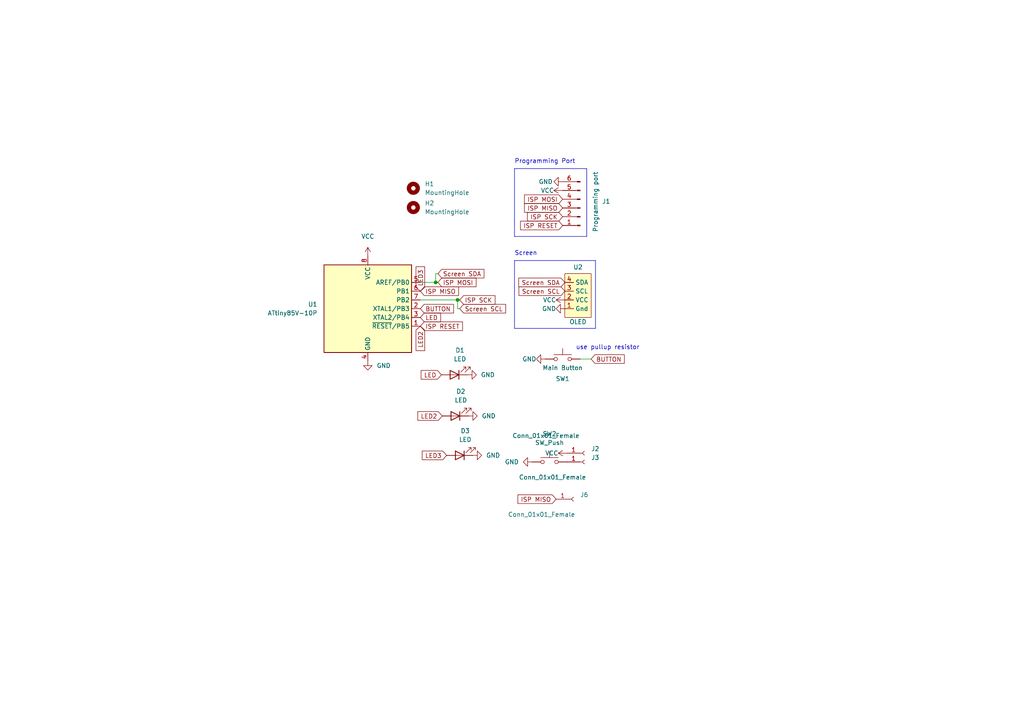
<source format=kicad_sch>
(kicad_sch (version 20231120) (generator "eeschema") (generator_version "8.0")
  (paper "A4")
  (lib_symbols
    (symbol "Connector:Conn_01x01_Female" (pin_names (offset 1.016) hide)
      (property "Reference" "J" (at 0 2.54 0))
      (property "Value" "Conn_01x01_Female" (at 0 -2.54 0))
      (symbol "Conn_01x01_Female_1_1"
        (polyline (pts (xy -1.27 0) (xy -0.508 0)) (stroke (width 0.1524)))
        (arc (start 0 0.508) (mid -0.5058 0) (end 0 -0.508) (stroke (width 0.1524)))
        (pin passive line (at -5.08 0 0) (length 3.81) (name "Pin_1") (number "1"))
      )
    )
    (symbol "Connector:Conn_01x06_Male" (pin_names (offset 1.016) hide)
      (property "Reference" "J" (at 0 7.62 0))
      (property "Value" "Conn_01x06_Male" (at 0 -10.16 0))
      (symbol "Conn_01x06_Male_1_1"
        (polyline (pts (xy 1.27 -7.62) (xy 0.8636 -7.62)) (stroke (width 0.1524)))
        (polyline (pts (xy 1.27 -5.08) (xy 0.8636 -5.08)) (stroke (width 0.1524)))
        (polyline (pts (xy 1.27 -2.54) (xy 0.8636 -2.54)) (stroke (width 0.1524)))
        (polyline (pts (xy 1.27 0) (xy 0.8636 0)) (stroke (width 0.1524)))
        (polyline (pts (xy 1.27 2.54) (xy 0.8636 2.54)) (stroke (width 0.1524)))
        (polyline (pts (xy 1.27 5.08) (xy 0.8636 5.08)) (stroke (width 0.1524)))
        (rectangle (start 0.8636 -7.493) (end 0 -7.747) (stroke (width 0.1524)) (fill (type outline)))
        (rectangle (start 0.8636 -4.953) (end 0 -5.207) (stroke (width 0.1524)) (fill (type outline)))
        (rectangle (start 0.8636 -2.413) (end 0 -2.667) (stroke (width 0.1524)) (fill (type outline)))
        (rectangle (start 0.8636 0.127) (end 0 -0.127) (stroke (width 0.1524)) (fill (type outline)))
        (rectangle (start 0.8636 2.667) (end 0 2.413) (stroke (width 0.1524)) (fill (type outline)))
        (rectangle (start 0.8636 5.207) (end 0 4.953) (stroke (width 0.1524)) (fill (type outline)))
        (pin passive line (at 5.08 5.08 180) (length 3.81) (name "Pin_1") (number "1"))
        (pin passive line (at 5.08 2.54 180) (length 3.81) (name "Pin_2") (number "2"))
        (pin passive line (at 5.08 0 180) (length 3.81) (name "Pin_3") (number "3"))
        (pin passive line (at 5.08 -2.54 180) (length 3.81) (name "Pin_4") (number "4"))
        (pin passive line (at 5.08 -5.08 180) (length 3.81) (name "Pin_5") (number "5"))
        (pin passive line (at 5.08 -7.62 180) (length 3.81) (name "Pin_6") (number "6"))
      )
    )
    (symbol "Device:LED" (pin_numbers hide) (pin_names (offset 1.016) hide)
      (property "Reference" "D" (at 0 2.54 0))
      (property "Value" "LED" (at 0 -2.54 0))
      (symbol "LED_0_1"
        (polyline (pts (xy -1.27 -1.27) (xy -1.27 1.27)) (stroke (width 0.254)))
        (polyline (pts (xy -1.27 0) (xy 1.27 0)))
        (polyline (pts (xy 1.27 -1.27) (xy 1.27 1.27) (xy -1.27 0) (xy 1.27 -1.27)) (stroke (width 0.254)))
        (polyline (pts (xy -3.048 -0.762) (xy -4.572 -2.286) (xy -3.81 -2.286) (xy -4.572 -2.286) (xy -4.572 -1.524)))
        (polyline (pts (xy -1.778 -0.762) (xy -3.302 -2.286) (xy -2.54 -2.286) (xy -3.302 -2.286) (xy -3.302 -1.524)))
      )
      (symbol "LED_1_1"
        (pin passive line (at -3.81 0 0) (length 2.54) (name "K") (number "1"))
        (pin passive line (at 3.81 0 180) (length 2.54) (name "A") (number "2"))
      )
    )
    (symbol "MCU_Microchip_ATtiny:ATtiny85V-10P"
      (property "Reference" "U" (at -12.7 13.97 0))
      (property "Value" "ATtiny85V-10P" (at 2.54 -13.97 0))
      (symbol "ATtiny85V-10P_0_1"
        (rectangle (start -12.7 -12.7) (end 12.7 12.7) (stroke (width 0.254)) (fill (type background)))
      )
      (symbol "ATtiny85V-10P_1_1"
        (pin bidirectional line (at 15.24 -5.08 180) (length 2.54) (name "~{RESET}/PB5") (number "1"))
        (pin bidirectional line (at 15.24 0 180) (length 2.54) (name "XTAL1/PB3") (number "2"))
        (pin bidirectional line (at 15.24 -2.54 180) (length 2.54) (name "XTAL2/PB4") (number "3"))
        (pin power_in line (at 0 -15.24 90) (length 2.54) (name "GND") (number "4"))
        (pin bidirectional line (at 15.24 7.62 180) (length 2.54) (name "AREF/PB0") (number "5"))
        (pin bidirectional line (at 15.24 5.08 180) (length 2.54) (name "PB1") (number "6"))
        (pin bidirectional line (at 15.24 2.54 180) (length 2.54) (name "PB2") (number "7"))
        (pin power_in line (at 0 15.24 270) (length 2.54) (name "VCC") (number "8"))
      )
    )
    (symbol "Mechanical:MountingHole" (pin_names (offset 1.016))
      (property "Reference" "H" (at 0 5.08 0))
      (property "Value" "MountingHole" (at 0 3.175 0))
      (symbol "MountingHole_0_1"
        (circle (center 0 0) (radius 1.27) (stroke (width 1.27)))
      )
    )
    (symbol "Switch:SW_Push" (pin_numbers hide) (pin_names (offset 1.016) hide)
      (property "Reference" "SW" (at 1.27 2.54 0))
      (property "Value" "SW_Push" (at 0 -1.524 0))
      (symbol "SW_Push_0_1"
        (circle (center -2.032 0) (radius 0.508))
        (polyline (pts (xy 0 1.27) (xy 0 3.048)))
        (polyline (pts (xy 2.54 1.27) (xy -2.54 1.27)))
        (circle (center 2.032 0) (radius 0.508))
        (pin passive line (at -5.08 0 0) (length 2.54) (name "1") (number "1"))
        (pin passive line (at 5.08 0 180) (length 2.54) (name "2") (number "2"))
      )
    )
    (symbol "Tamagotchi:i2c_OLED"
      (property "Reference" "U" (at 0 0 0))
      (property "Value" "i2c_OLED" (at 0 0 0))
      (symbol "i2c_OLED_0_1"
        (rectangle (start -6.35 -2.54) (end 6.35 -10.16) (fill (type background)))
      )
      (symbol "i2c_OLED_1_1"
        (pin input line (at -3.81 -2.54 270) (length 2.54) (name "Gnd") (number "1"))
        (pin input line (at -1.27 -2.54 270) (length 2.54) (name "VCC") (number "2"))
        (pin input line (at 1.27 -2.54 270) (length 2.54) (name "SCL") (number "3"))
        (pin input line (at 3.81 -2.54 270) (length 2.54) (name "SDA") (number "4"))
      )
    )
    (symbol "power:GND" (power) (pin_names (offset 0))
      (property "Value" "GND" (at 0 -3.81 0))
      (symbol "GND_0_1"
        (polyline (pts (xy 0 0) (xy 0 -1.27) (xy 1.27 -1.27) (xy 0 -2.54) (xy -1.27 -1.27) (xy 0 -1.27)))
      )
      (symbol "GND_1_1"
        (pin power_in line (at 0 0 270) (length 0) hide (name "GND") (number "1"))
      )
    )
    (symbol "power:VCC" (power) (pin_names (offset 0))
      (property "Value" "VCC" (at 0 3.81 0))
      (symbol "VCC_0_1"
        (polyline (pts (xy -0.762 1.27) (xy 0 2.54)))
        (polyline (pts (xy 0 0) (xy 0 2.54)))
        (polyline (pts (xy 0 2.54) (xy 0.762 1.27)))
      )
      (symbol "VCC_1_1"
        (pin power_in line (at 0 0 90) (length 0) hide (name "VCC") (number "1"))
      )
    )
  )
  (junction (at 126.365 81.915))
  (junction (at 132.715 86.995))
  (polyline (pts (xy 149.225 75.565) (xy 172.72 75.565)))
  (wire (pts (xy 121.92 86.995) (xy 132.715 86.995)))
  (wire (pts (xy 126.365 79.375) (xy 126.365 81.915)))
  (wire (pts (xy 132.715 89.535) (xy 133.35 89.535)))
  (wire (pts (xy 127 79.375) (xy 126.365 79.375)))
  (polyline (pts (xy 149.225 68.58) (xy 149.225 48.895)))
  (wire (pts (xy 132.715 86.995) (xy 132.715 89.535)))
  (polyline (pts (xy 149.225 48.895) (xy 170.18 48.895)))
  (polyline (pts (xy 149.225 95.25) (xy 149.225 75.565)))
  (polyline (pts (xy 172.72 75.565) (xy 172.72 95.25)))
  (wire (pts (xy 168.275 104.14) (xy 171.45 104.14)))
  (polyline (pts (xy 172.72 95.25) (xy 149.225 95.25)))
  (wire (pts (xy 126.365 81.915) (xy 127 81.915)))
  (wire (pts (xy 132.715 86.995) (xy 133.35 86.995)))
  (polyline (pts (xy 170.18 68.58) (xy 149.225 68.58)))
  (wire (pts (xy 121.92 81.915) (xy 126.365 81.915)))
  (polyline (pts (xy 170.18 48.895) (xy 170.18 68.58)))
  (text "Programming Port\n" (at 149.225 47.625 0) (effects (font (size 1.27 1.27)) (justify left bottom)))
  (text "Screen\n" (at 149.225 74.295 0) (effects (font (size 1.27 1.27)) (justify left bottom)))
  (text "use pullup resistor" (at 167.005 101.6 0) (effects (font (size 1.27 1.27)) (justify left bottom)))
  (global_label "LED3" (shape input) (at 121.92 84.455 90) (property "Intersheetrefs" "${INTERSHEET_REFS}" (effects (hide yes))))
  (global_label "Screen SDA" (shape input) (at 163.83 81.915 180) (property "Intersheetrefs" "${INTERSHEET_REFS}" (effects (hide yes))))
  (global_label "BUTTON" (shape input) (at 121.92 89.535 0) (property "Intersheetrefs" "${INTERSHEET_REFS}" (effects (hide yes))))
  (global_label "ISP MOSI" (shape input) (at 127 81.915 0) (property "Intersheetrefs" "${INTERSHEET_REFS}" (effects (hide yes))))
  (global_label "Screen SCL" (shape input) (at 163.83 84.455 180) (property "Intersheetrefs" "${INTERSHEET_REFS}" (effects (hide yes))))
  (global_label "ISP SCK" (shape input) (at 163.195 62.865 180) (property "Intersheetrefs" "${INTERSHEET_REFS}" (effects (hide yes))))
  (global_label "Screen SCL" (shape input) (at 133.35 89.535 0) (property "Intersheetrefs" "${INTERSHEET_REFS}" (effects (hide yes))))
  (global_label "ISP RESET" (shape input) (at 121.92 94.615 0) (property "Intersheetrefs" "${INTERSHEET_REFS}" (effects (hide yes))))
  (global_label "BUTTON" (shape input) (at 171.45 104.14 0) (property "Intersheetrefs" "${INTERSHEET_REFS}" (effects (hide yes))))
  (global_label "LED2" (shape input) (at 121.92 94.615 270) (property "Intersheetrefs" "${INTERSHEET_REFS}" (effects (hide yes))))
  (global_label "LED3" (shape input) (at 129.54 132.08 180) (property "Intersheetrefs" "${INTERSHEET_REFS}" (effects (hide yes))))
  (global_label "ISP MOSI" (shape input) (at 163.195 57.785 180) (property "Intersheetrefs" "${INTERSHEET_REFS}" (effects (hide yes))))
  (global_label "ISP MISO" (shape input) (at 161.29 144.78 180) (property "Intersheetrefs" "${INTERSHEET_REFS}" (effects (hide yes))))
  (global_label "LED" (shape input) (at 121.92 92.075 0) (property "Intersheetrefs" "${INTERSHEET_REFS}" (effects (hide yes))))
  (global_label "ISP RESET" (shape input) (at 163.195 65.405 180) (property "Intersheetrefs" "${INTERSHEET_REFS}" (effects (hide yes))))
  (global_label "ISP MISO" (shape input) (at 163.195 60.325 180) (property "Intersheetrefs" "${INTERSHEET_REFS}" (effects (hide yes))))
  (global_label "ISP SCK" (shape input) (at 133.35 86.995 0) (property "Intersheetrefs" "${INTERSHEET_REFS}" (effects (hide yes))))
  (global_label "Screen SDA" (shape input) (at 127 79.375 0) (property "Intersheetrefs" "${INTERSHEET_REFS}" (effects (hide yes))))
  (global_label "ISP MISO" (shape input) (at 121.92 84.455 0) (property "Intersheetrefs" "${INTERSHEET_REFS}" (effects (hide yes))))
  (global_label "LED" (shape input) (at 128.016 108.712 180) (property "Intersheetrefs" "${INTERSHEET_REFS}" (effects (hide yes))))
  (global_label "LED2" (shape input) (at 128.27 120.65 180) (property "Intersheetrefs" "${INTERSHEET_REFS}" (effects (hide yes))))
  (symbol (lib_id "Device:LED") (at 131.826 108.712 180) (unit 1)
    (property "Reference" "D1" (at 133.4135 101.6 0))
    (property "Value" "LED" (at 133.4135 104.14 0))
    (property "Footprint" "LED_THT:LED_D1.8mm_W3.3mm_H2.4mm" (effects (hide yes)))
  )
  (symbol (lib_id "power:GND") (at 135.636 108.712 90) (unit 1)
    (property "Reference" "#PWR01" (effects (hide yes)))
    (property "Value" "GND" (at 139.446 108.712 90) (effects (justify right)))
  )
  (symbol (lib_id "Connector:Conn_01x01_Female") (at 169.545 131.445 0) (unit 1)
    (property "Reference" "J2" (at 171.45 130.1749 0) (effects (justify left)))
    (property "Value" "Conn_01x01_Female" (at 148.59 126.365 0) (effects (justify left)))
    (property "Footprint" "Connector_PinHeader_2.54mm:PinHeader_1x01_P2.54mm_Vertical" (effects (hide yes)))
  )
  (symbol (lib_id "MCU_Microchip_ATtiny:ATtiny85V-10P") (at 106.68 89.535 0) (unit 1)
    (property "Reference" "U1" (at 92.075 88.2649 0) (effects (justify right)))
    (property "Value" "ATtiny85V-10P" (at 92.075 90.8049 0) (effects (justify right)))
    (property "Footprint" "Package_DIP:DIP-8_W7.62mm" (effects (hide yes)))
    (property "Datasheet" "http://ww1.microchip.com/downloads/en/DeviceDoc/atmel-2586-avr-8-bit-microcontroller-attiny25-attiny45-attiny85_datasheet.pdf" (effects (hide yes)))
  )
  (symbol (lib_id "power:GND") (at 135.89 120.65 90) (unit 1)
    (property "Reference" "#PWR03" (effects (hide yes)))
    (property "Value" "GND" (at 139.7 120.65 90) (effects (justify right)))
  )
  (symbol (lib_id "power:VCC") (at 163.195 55.245 90) (unit 1)
    (property "Reference" "#PWR0105" (effects (hide yes)))
    (property "Value" "VCC" (at 156.845 55.245 90) (effects (justify right)))
  )
  (symbol (lib_id "Connector:Conn_01x01_Female") (at 169.545 133.985 0) (unit 1)
    (property "Reference" "J3" (at 171.45 132.7149 0) (effects (justify left)))
    (property "Value" "Conn_01x01_Female" (at 150.495 138.43 0) (effects (justify left)))
    (property "Footprint" "Connector_PinHeader_2.54mm:PinHeader_1x01_P2.54mm_Vertical" (effects (hide yes)))
  )
  (symbol (lib_id "power:VCC") (at 106.68 74.295 0) (unit 1)
    (property "Reference" "#PWR0104" (effects (hide yes)))
    (property "Value" "VCC" (at 106.68 68.58 0))
  )
  (symbol (lib_id "Tamagotchi:i2c_OLED") (at 161.29 85.725 90) (unit 1)
    (property "Reference" "U2" (at 167.64 77.47 90))
    (property "Value" "OLED" (at 167.64 93.345 90))
    (property "Footprint" "Stepchild:Tiny OLED module" (effects (hide yes)))
  )
  (symbol (lib_id "power:GND") (at 163.83 89.535 270) (unit 1)
    (property "Reference" "#PWR0107" (effects (hide yes)))
    (property "Value" "GND" (at 161.29 89.535 90) (effects (justify right)))
  )
  (symbol (lib_id "power:VCC") (at 163.83 86.995 90) (unit 1)
    (property "Reference" "#PWR0106" (effects (hide yes)))
    (property "Value" "VCC" (at 159.385 86.995 90))
  )
  (symbol (lib_id "Connector:Conn_01x06_Male") (at 168.275 60.325 180) (unit 1)
    (property "Reference" "J1" (at 174.625 58.42 0) (effects (justify right)))
    (property "Value" "Programming port" (at 172.72 67.31 90) (effects (justify right)))
    (property "Footprint" "Connector_PinHeader_2.54mm:PinHeader_1x06_P2.54mm_Vertical" (effects (hide yes)))
  )
  (symbol (lib_id "Device:LED") (at 132.08 120.65 180) (unit 1)
    (property "Reference" "D2" (at 133.6675 113.538 0))
    (property "Value" "LED" (at 133.6675 116.078 0))
    (property "Footprint" "LED_THT:LED_D1.8mm_W3.3mm_H2.4mm" (effects (hide yes)))
  )
  (symbol (lib_id "Mechanical:MountingHole") (at 119.888 60.198 0) (unit 1)
    (property "Reference" "H2" (at 123.19 58.928 0) (effects (justify left)))
    (property "Value" "MountingHole" (at 123.19 61.468 0) (effects (justify left)))
  )
  (symbol (lib_id "Connector:Conn_01x01_Female") (at 166.37 144.78 0) (unit 1)
    (property "Reference" "J6" (at 168.275 143.5099 0) (effects (justify left)))
    (property "Value" "Conn_01x01_Female" (at 147.32 149.225 0) (effects (justify left)))
    (property "Footprint" "Connector_PinHeader_2.54mm:PinHeader_1x01_P2.54mm_Vertical" (effects (hide yes)))
  )
  (symbol (lib_id "power:GND") (at 137.16 132.08 90) (unit 1)
    (property "Reference" "#PWR05" (effects (hide yes)))
    (property "Value" "GND" (at 140.97 132.08 90) (effects (justify right)))
  )
  (symbol (lib_id "power:GND") (at 158.115 104.14 270) (unit 1)
    (property "Reference" "#PWR04" (effects (hide yes)))
    (property "Value" "GND" (at 155.575 104.14 90) (effects (justify right)))
  )
  (symbol (lib_id "Device:LED") (at 133.35 132.08 180) (unit 1)
    (property "Reference" "D3" (at 134.9375 124.968 0))
    (property "Value" "LED" (at 134.9375 127.508 0))
    (property "Footprint" "LED_THT:LED_D1.8mm_W3.3mm_H2.4mm" (effects (hide yes)))
  )
  (symbol (lib_id "Switch:SW_Push") (at 163.195 104.14 0) (unit 1)
    (property "Reference" "SW1" (at 163.195 109.855 0))
    (property "Value" "Main Button" (at 163.195 106.68 0))
    (property "Footprint" "Button_Switch_THT:SW_PUSH_6mm" (effects (hide yes)))
  )
  (symbol (lib_id "Switch:SW_Push") (at 159.385 133.985 0) (unit 1)
    (property "Reference" "SW2" (at 159.385 125.857 0))
    (property "Value" "SW_Push" (at 159.385 128.397 0))
    (property "Footprint" "1825232-1:18252321" (effects (hide yes)))
  )
  (symbol (lib_id "power:VCC") (at 164.465 131.445 90) (unit 1)
    (property "Reference" "#PWR0102" (effects (hide yes)))
    (property "Value" "VCC" (at 160.02 131.445 90))
  )
  (symbol (lib_id "power:GND") (at 154.305 133.985 270) (unit 1)
    (property "Reference" "#PWR02" (effects (hide yes)))
    (property "Value" "GND" (at 150.495 133.9849 90) (effects (justify right)))
  )
  (symbol (lib_id "power:GND") (at 163.195 52.705 270) (unit 1)
    (property "Reference" "#PWR0109" (effects (hide yes)))
    (property "Value" "GND" (at 156.21 52.705 90) (effects (justify left)))
  )
  (symbol (lib_id "power:GND") (at 106.68 104.775 0) (unit 1)
    (property "Reference" "#PWR0103" (effects (hide yes)))
    (property "Value" "GND" (at 109.22 106.0449 0) (effects (justify left)))
  )
  (symbol (lib_id "Mechanical:MountingHole") (at 119.888 54.61 0) (unit 1)
    (property "Reference" "H1" (at 123.19 53.34 0) (effects (justify left)))
    (property "Value" "MountingHole" (at 123.19 55.88 0) (effects (justify left)))
  )
)
</source>
